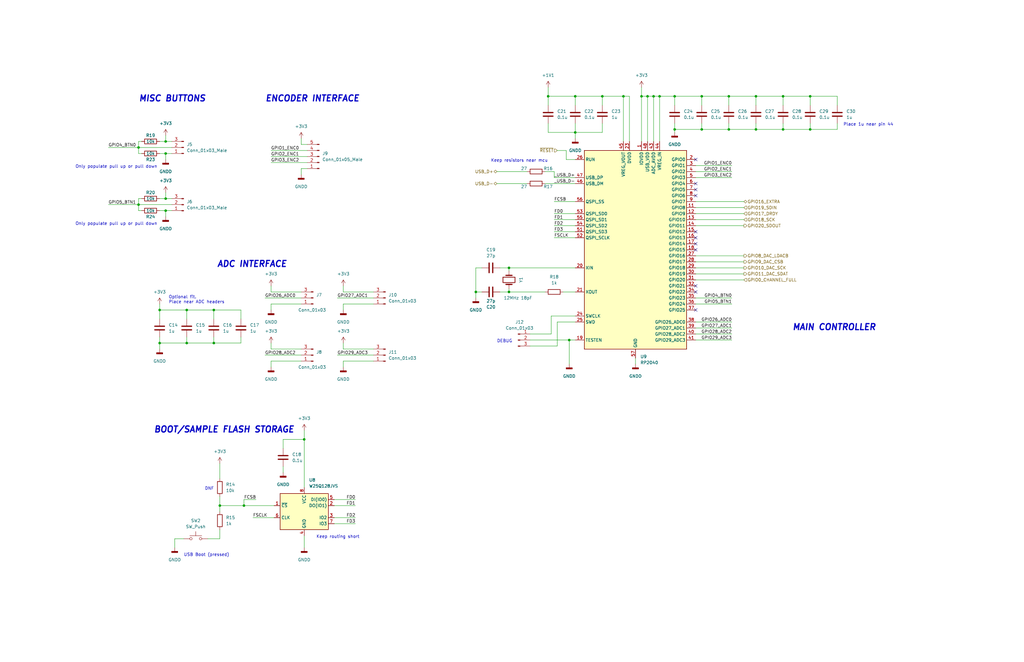
<source format=kicad_sch>
(kicad_sch (version 20211123) (generator eeschema)
  (paper "B")
  (title_block (title "D.R.U.M. Sample Module") (date "2022-09-23") (rev "0.0") (company "DRUM Instrumentation"))
  (lib_symbols
    (symbol "Connector:Conn_01x03_Male" (pin_names (offset 1.016) hide)
      (property "Reference" "J" (at 0 5.08 0))
      (property "Value" "Conn_01x03_Male" (at 0 -5.08 0))
      (symbol "Conn_01x03_Male_1_1"
        (polyline (pts (xy 1.27 -2.54) (xy 0.8636 -2.54)) (stroke (width 0.1524)))
        (polyline (pts (xy 1.27 0) (xy 0.8636 0)) (stroke (width 0.1524)))
        (polyline (pts (xy 1.27 2.54) (xy 0.8636 2.54)) (stroke (width 0.1524)))
        (rectangle (start 0.8636 -2.413) (end 0 -2.667) (stroke (width 0.1524)) (fill (type outline)))
        (rectangle (start 0.8636 0.127) (end 0 -0.127) (stroke (width 0.1524)) (fill (type outline)))
        (rectangle (start 0.8636 2.667) (end 0 2.413) (stroke (width 0.1524)) (fill (type outline)))
        (pin passive line (at 5.08 2.54 180) (length 3.81) (name "Pin_1") (number "1"))
        (pin passive line (at 5.08 0 180) (length 3.81) (name "Pin_2") (number "2"))
        (pin passive line (at 5.08 -2.54 180) (length 3.81) (name "Pin_3") (number "3"))
      )
    )
    (symbol "Connector:Conn_01x05_Male" (pin_names (offset 1.016) hide)
      (property "Reference" "J" (at 0 7.62 0))
      (property "Value" "Conn_01x05_Male" (at 0 -7.62 0))
      (symbol "Conn_01x05_Male_1_1"
        (polyline (pts (xy 1.27 -5.08) (xy 0.8636 -5.08)) (stroke (width 0.1524)))
        (polyline (pts (xy 1.27 -2.54) (xy 0.8636 -2.54)) (stroke (width 0.1524)))
        (polyline (pts (xy 1.27 0) (xy 0.8636 0)) (stroke (width 0.1524)))
        (polyline (pts (xy 1.27 2.54) (xy 0.8636 2.54)) (stroke (width 0.1524)))
        (polyline (pts (xy 1.27 5.08) (xy 0.8636 5.08)) (stroke (width 0.1524)))
        (rectangle (start 0.8636 -4.953) (end 0 -5.207) (stroke (width 0.1524)) (fill (type outline)))
        (rectangle (start 0.8636 -2.413) (end 0 -2.667) (stroke (width 0.1524)) (fill (type outline)))
        (rectangle (start 0.8636 0.127) (end 0 -0.127) (stroke (width 0.1524)) (fill (type outline)))
        (rectangle (start 0.8636 2.667) (end 0 2.413) (stroke (width 0.1524)) (fill (type outline)))
        (rectangle (start 0.8636 5.207) (end 0 4.953) (stroke (width 0.1524)) (fill (type outline)))
        (pin passive line (at 5.08 5.08 180) (length 3.81) (name "Pin_1") (number "1"))
        (pin passive line (at 5.08 2.54 180) (length 3.81) (name "Pin_2") (number "2"))
        (pin passive line (at 5.08 0 180) (length 3.81) (name "Pin_3") (number "3"))
        (pin passive line (at 5.08 -2.54 180) (length 3.81) (name "Pin_4") (number "4"))
        (pin passive line (at 5.08 -5.08 180) (length 3.81) (name "Pin_5") (number "5"))
      )
    )
    (symbol "Device:C" (pin_numbers hide) (pin_names (offset 0.254))
      (property "Reference" "C" (at 0.635 2.54 0))
      (property "Value" "C" (at 0.635 -2.54 0))
      (symbol "C_0_1"
        (polyline (pts (xy -2.032 -0.762) (xy 2.032 -0.762)) (stroke (width 0.508)))
        (polyline (pts (xy -2.032 0.762) (xy 2.032 0.762)) (stroke (width 0.508)))
      )
      (symbol "C_1_1"
        (pin passive line (at 0 3.81 270) (length 2.794) (name "~") (number "1"))
        (pin passive line (at 0 -3.81 90) (length 2.794) (name "~") (number "2"))
      )
    )
    (symbol "Device:Crystal" (pin_numbers hide) (pin_names (offset 1.016) hide)
      (property "Reference" "Y" (at 0 3.81 0))
      (property "Value" "Crystal" (at 0 -3.81 0))
      (symbol "Crystal_0_1"
        (rectangle (start -1.143 2.54) (end 1.143 -2.54) (stroke (width 0.3048)))
        (polyline (pts (xy -2.54 0) (xy -1.905 0)))
        (polyline (pts (xy -1.905 -1.27) (xy -1.905 1.27)) (stroke (width 0.508)))
        (polyline (pts (xy 1.905 -1.27) (xy 1.905 1.27)) (stroke (width 0.508)))
        (polyline (pts (xy 2.54 0) (xy 1.905 0)))
      )
      (symbol "Crystal_1_1"
        (pin passive line (at -3.81 0 0) (length 1.27) (name "1") (number "1"))
        (pin passive line (at 3.81 0 180) (length 1.27) (name "2") (number "2"))
      )
    )
    (symbol "Device:R" (pin_numbers hide) (pin_names (offset 0))
      (property "Reference" "R" (at 2.032 0 90))
      (property "Value" "R" (at 0 0 90))
      (symbol "R_0_1"
        (rectangle (start -1.016 -2.54) (end 1.016 2.54) (stroke (width 0.254)))
      )
      (symbol "R_1_1"
        (pin passive line (at 0 3.81 270) (length 1.27) (name "~") (number "1"))
        (pin passive line (at 0 -3.81 90) (length 1.27) (name "~") (number "2"))
      )
    )
    (symbol "MCU_RaspberryPi:RP2040"
      (property "Reference" "U" (at 17.78 45.72 0))
      (property "Value" "RP2040" (at 17.78 43.18 0))
      (symbol "RP2040_0_1"
        (rectangle (start -21.59 41.91) (end 21.59 -41.91) (stroke (width 0.254)) (fill (type background)))
      )
      (symbol "RP2040_1_1"
        (pin power_in line (at 2.54 45.72 270) (length 3.81) (name "IOVDD") (number "1"))
        (pin passive line (at 2.54 45.72 270) (length 3.81) hide (name "IOVDD") (number "10"))
        (pin bidirectional line (at 25.4 17.78 180) (length 3.81) (name "GPIO8") (number "11"))
        (pin bidirectional line (at 25.4 15.24 180) (length 3.81) (name "GPIO9") (number "12"))
        (pin bidirectional line (at 25.4 12.7 180) (length 3.81) (name "GPIO10") (number "13"))
        (pin bidirectional line (at 25.4 10.16 180) (length 3.81) (name "GPIO11") (number "14"))
        (pin bidirectional line (at 25.4 7.62 180) (length 3.81) (name "GPIO12") (number "15"))
        (pin bidirectional line (at 25.4 5.08 180) (length 3.81) (name "GPIO13") (number "16"))
        (pin bidirectional line (at 25.4 2.54 180) (length 3.81) (name "GPIO14") (number "17"))
        (pin bidirectional line (at 25.4 0 180) (length 3.81) (name "GPIO15") (number "18"))
        (pin input line (at -25.4 -38.1 0) (length 3.81) (name "TESTEN") (number "19"))
        (pin bidirectional line (at 25.4 38.1 180) (length 3.81) (name "GPIO0") (number "2"))
        (pin input line (at -25.4 -7.62 0) (length 3.81) (name "XIN") (number "20"))
        (pin passive line (at -25.4 -17.78 0) (length 3.81) (name "XOUT") (number "21"))
        (pin passive line (at 2.54 45.72 270) (length 3.81) hide (name "IOVDD") (number "22"))
        (pin power_in line (at -2.54 45.72 270) (length 3.81) (name "DVDD") (number "23"))
        (pin output line (at -25.4 -27.94 0) (length 3.81) (name "SWCLK") (number "24"))
        (pin bidirectional line (at -25.4 -30.48 0) (length 3.81) (name "SWD") (number "25"))
        (pin input line (at -25.4 38.1 0) (length 3.81) (name "RUN") (number "26"))
        (pin bidirectional line (at 25.4 -2.54 180) (length 3.81) (name "GPIO16") (number "27"))
        (pin bidirectional line (at 25.4 -5.08 180) (length 3.81) (name "GPIO17") (number "28"))
        (pin bidirectional line (at 25.4 -7.62 180) (length 3.81) (name "GPIO18") (number "29"))
        (pin bidirectional line (at 25.4 35.56 180) (length 3.81) (name "GPIO1") (number "3"))
        (pin bidirectional line (at 25.4 -10.16 180) (length 3.81) (name "GPIO19") (number "30"))
        (pin bidirectional line (at 25.4 -12.7 180) (length 3.81) (name "GPIO20") (number "31"))
        (pin bidirectional line (at 25.4 -15.24 180) (length 3.81) (name "GPIO21") (number "32"))
        (pin passive line (at 2.54 45.72 270) (length 3.81) hide (name "IOVDD") (number "33"))
        (pin bidirectional line (at 25.4 -17.78 180) (length 3.81) (name "GPIO22") (number "34"))
        (pin bidirectional line (at 25.4 -20.32 180) (length 3.81) (name "GPIO23") (number "35"))
        (pin bidirectional line (at 25.4 -22.86 180) (length 3.81) (name "GPIO24") (number "36"))
        (pin bidirectional line (at 25.4 -25.4 180) (length 3.81) (name "GPIO25") (number "37"))
        (pin bidirectional line (at 25.4 -30.48 180) (length 3.81) (name "GPIO26_ADC0") (number "38"))
        (pin bidirectional line (at 25.4 -33.02 180) (length 3.81) (name "GPIO27_ADC1") (number "39"))
        (pin bidirectional line (at 25.4 33.02 180) (length 3.81) (name "GPIO2") (number "4"))
        (pin bidirectional line (at 25.4 -35.56 180) (length 3.81) (name "GPIO28_ADC2") (number "40"))
        (pin bidirectional line (at 25.4 -38.1 180) (length 3.81) (name "GPIO29_ADC3") (number "41"))
        (pin passive line (at 2.54 45.72 270) (length 3.81) hide (name "IOVDD") (number "42"))
        (pin power_in line (at 7.62 45.72 270) (length 3.81) (name "ADC_AVDD") (number "43"))
        (pin power_in line (at 10.16 45.72 270) (length 3.81) (name "VREG_IN") (number "44"))
        (pin power_out line (at -5.08 45.72 270) (length 3.81) (name "VREG_VOUT") (number "45"))
        (pin bidirectional line (at -25.4 27.94 0) (length 3.81) (name "USB_DM") (number "46"))
        (pin bidirectional line (at -25.4 30.48 0) (length 3.81) (name "USB_DP") (number "47"))
        (pin power_in line (at 5.08 45.72 270) (length 3.81) (name "USB_VDD") (number "48"))
        (pin passive line (at 2.54 45.72 270) (length 3.81) hide (name "IOVDD") (number "49"))
        (pin bidirectional line (at 25.4 30.48 180) (length 3.81) (name "GPIO3") (number "5"))
        (pin passive line (at -2.54 45.72 270) (length 3.81) hide (name "DVDD") (number "50"))
        (pin bidirectional line (at -25.4 7.62 0) (length 3.81) (name "QSPI_SD3") (number "51"))
        (pin output line (at -25.4 5.08 0) (length 3.81) (name "QSPI_SCLK") (number "52"))
        (pin bidirectional line (at -25.4 15.24 0) (length 3.81) (name "QSPI_SD0") (number "53"))
        (pin bidirectional line (at -25.4 10.16 0) (length 3.81) (name "QSPI_SD2") (number "54"))
        (pin bidirectional line (at -25.4 12.7 0) (length 3.81) (name "QSPI_SD1") (number "55"))
        (pin bidirectional line (at -25.4 20.32 0) (length 3.81) (name "QSPI_SS") (number "56"))
        (pin power_in line (at 0 -45.72 90) (length 3.81) (name "GND") (number "57"))
        (pin bidirectional line (at 25.4 27.94 180) (length 3.81) (name "GPIO4") (number "6"))
        (pin bidirectional line (at 25.4 25.4 180) (length 3.81) (name "GPIO5") (number "7"))
        (pin bidirectional line (at 25.4 22.86 180) (length 3.81) (name "GPIO6") (number "8"))
        (pin bidirectional line (at 25.4 20.32 180) (length 3.81) (name "GPIO7") (number "9"))
      )
    )
    (symbol "Memory_Flash:W25Q128JVS"
      (property "Reference" "U" (at -8.89 8.89 0))
      (property "Value" "W25Q128JVS" (at 7.62 8.89 0))
      (symbol "W25Q128JVS_0_1"
        (rectangle (start -10.16 7.62) (end 10.16 -7.62) (stroke (width 0.254)) (fill (type background)))
      )
      (symbol "W25Q128JVS_1_1"
        (pin input line (at -12.7 2.54 0) (length 2.54) (name "~{CS}") (number "1"))
        (pin bidirectional line (at 12.7 2.54 180) (length 2.54) (name "DO(IO1)") (number "2"))
        (pin bidirectional line (at 12.7 -2.54 180) (length 2.54) (name "IO2") (number "3"))
        (pin power_in line (at 0 -10.16 90) (length 2.54) (name "GND") (number "4"))
        (pin bidirectional line (at 12.7 5.08 180) (length 2.54) (name "DI(IO0)") (number "5"))
        (pin input line (at -12.7 -2.54 0) (length 2.54) (name "CLK") (number "6"))
        (pin bidirectional line (at 12.7 -5.08 180) (length 2.54) (name "IO3") (number "7"))
        (pin power_in line (at 0 10.16 270) (length 2.54) (name "VCC") (number "8"))
      )
    )
    (symbol "Switch:SW_Push" (pin_numbers hide) (pin_names (offset 1.016) hide)
      (property "Reference" "SW" (at 1.27 2.54 0))
      (property "Value" "SW_Push" (at 0 -1.524 0))
      (symbol "SW_Push_0_1"
        (circle (center -2.032 0) (radius 0.508))
        (polyline (pts (xy 0 1.27) (xy 0 3.048)))
        (polyline (pts (xy 2.54 1.27) (xy -2.54 1.27)))
        (circle (center 2.032 0) (radius 0.508))
        (pin passive line (at -5.08 0 0) (length 2.54) (name "1") (number "1"))
        (pin passive line (at 5.08 0 180) (length 2.54) (name "2") (number "2"))
      )
    )
    (symbol "power:+1V1" (power) (pin_names (offset 0))
      (property "Value" "+1V1" (at 0 3.556 0))
      (symbol "+1V1_0_1"
        (polyline (pts (xy -0.762 1.27) (xy 0 2.54)))
        (polyline (pts (xy 0 0) (xy 0 2.54)))
        (polyline (pts (xy 0 2.54) (xy 0.762 1.27)))
      )
      (symbol "+1V1_1_1"
        (pin power_in line (at 0 0 90) (length 0) hide (name "+1V1") (number "1"))
      )
    )
    (symbol "power:+3V3" (power) (pin_names (offset 0))
      (property "Value" "+3V3" (at 0 3.556 0))
      (symbol "+3V3_0_1"
        (polyline (pts (xy -0.762 1.27) (xy 0 2.54)))
        (polyline (pts (xy 0 0) (xy 0 2.54)))
        (polyline (pts (xy 0 2.54) (xy 0.762 1.27)))
      )
      (symbol "+3V3_1_1"
        (pin power_in line (at 0 0 90) (length 0) hide (name "+3V3") (number "1"))
      )
    )
    (symbol "power:GNDD" (power) (pin_names (offset 0))
      (property "Value" "GNDD" (at 0 -3.175 0))
      (symbol "GNDD_0_1"
        (rectangle (start -1.27 -1.524) (end 1.27 -2.032) (stroke (width 0.254)) (fill (type outline)))
        (polyline (pts (xy 0 0) (xy 0 -1.524)))
      )
      (symbol "GNDD_1_1"
        (pin power_in line (at 0 0 270) (length 0) hide (name "GNDD") (number "1"))
      )
    )
  )
  (junction (at 318.77 40.64))
  (junction (at 58.42 86.36))
  (junction (at 240.03 143.51))
  (junction (at 307.34 54.61))
  (junction (at 69.85 64.77))
  (junction (at 270.51 40.64))
  (junction (at 67.31 130.81))
  (junction (at 67.31 144.78))
  (junction (at 273.05 40.64))
  (junction (at 295.91 54.61))
  (junction (at 284.48 54.61))
  (junction (at 318.77 54.61))
  (junction (at 69.85 59.69))
  (junction (at 92.71 213.36))
  (junction (at 58.42 62.23))
  (junction (at 242.57 55.88))
  (junction (at 200.66 123.19))
  (junction (at 214.63 113.03))
  (junction (at 214.63 123.19))
  (junction (at 341.63 40.64))
  (junction (at 242.57 40.64))
  (junction (at 295.91 40.64))
  (junction (at 341.63 54.61))
  (junction (at 307.34 40.64))
  (junction (at 284.48 40.64))
  (junction (at 128.27 185.42))
  (junction (at 69.85 83.82))
  (junction (at 254 40.64))
  (junction (at 78.74 130.81))
  (junction (at 69.85 88.9))
  (junction (at 90.17 144.78))
  (junction (at 78.74 144.78))
  (junction (at 231.14 40.64))
  (junction (at 278.13 40.64))
  (junction (at 102.87 213.36))
  (junction (at 275.59 40.64))
  (junction (at 330.2 54.61))
  (junction (at 330.2 40.64))
  (junction (at 262.89 40.64))
  (junction (at 90.17 130.81))
  (no_connect (at 293.37 67.31))
  (no_connect (at 293.37 77.47))
  (no_connect (at 293.37 80.01))
  (no_connect (at 293.37 130.81))
  (no_connect (at 293.37 105.41))
  (no_connect (at 293.37 120.65))
  (no_connect (at 293.37 123.19))
  (no_connect (at 293.37 100.33))
  (no_connect (at 293.37 97.79))
  (no_connect (at 293.37 102.87))
  (no_connect (at 293.37 82.55))
  (wire (pts (xy 330.2 40.64) (xy 330.2 44.45)))
  (wire (pts (xy 69.85 59.69) (xy 72.39 59.69)))
  (wire (pts (xy 114.3 144.78) (xy 114.3 147.32)))
  (wire (pts (xy 114.3 66.04) (xy 129.54 66.04)))
  (wire (pts (xy 144.78 152.4) (xy 144.78 154.94)))
  (wire (pts (xy 92.71 209.55) (xy 92.71 213.36)))
  (wire (pts (xy 293.37 107.95) (xy 313.69 107.95)))
  (wire (pts (xy 341.63 40.64) (xy 330.2 40.64)))
  (wire (pts (xy 58.42 59.69) (xy 58.42 62.23)))
  (wire (pts (xy 214.63 123.19) (xy 229.87 123.19)))
  (wire (pts (xy 67.31 128.27) (xy 67.31 130.81)))
  (wire (pts (xy 90.17 130.81) (xy 90.17 134.62)))
  (wire (pts (xy 69.85 83.82) (xy 72.39 83.82)))
  (wire (pts (xy 102.87 210.82) (xy 102.87 213.36)))
  (wire (pts (xy 353.06 52.07) (xy 353.06 54.61)))
  (wire (pts (xy 119.38 185.42) (xy 128.27 185.42)))
  (wire (pts (xy 238.76 63.5) (xy 238.76 67.31)))
  (wire (pts (xy 140.97 220.98) (xy 149.86 220.98)))
  (wire (pts (xy 101.6 134.62) (xy 101.6 130.81)))
  (wire (pts (xy 144.78 152.4) (xy 157.48 152.4)))
  (wire (pts (xy 231.14 44.45) (xy 231.14 40.64)))
  (wire (pts (xy 233.68 72.39) (xy 233.68 74.93)))
  (wire (pts (xy 341.63 52.07) (xy 341.63 54.61)))
  (wire (pts (xy 295.91 44.45) (xy 295.91 40.64)))
  (wire (pts (xy 231.14 40.64) (xy 242.57 40.64)))
  (wire (pts (xy 127 60.96) (xy 129.54 60.96)))
  (wire (pts (xy 229.87 77.47) (xy 242.57 77.47)))
  (wire (pts (xy 238.76 67.31) (xy 242.57 67.31)))
  (wire (pts (xy 234.95 146.05) (xy 234.95 135.89)))
  (wire (pts (xy 58.42 59.69) (xy 59.69 59.69)))
  (wire (pts (xy 58.42 64.77) (xy 59.69 64.77)))
  (wire (pts (xy 114.3 128.27) (xy 127 128.27)))
  (wire (pts (xy 58.42 86.36) (xy 72.39 86.36)))
  (wire (pts (xy 114.3 120.65) (xy 114.3 123.19)))
  (wire (pts (xy 293.37 87.63) (xy 313.69 87.63)))
  (wire (pts (xy 275.59 40.64) (xy 275.59 59.69)))
  (wire (pts (xy 262.89 40.64) (xy 265.43 40.64)))
  (wire (pts (xy 69.85 67.31) (xy 69.85 64.77)))
  (wire (pts (xy 231.14 36.83) (xy 231.14 40.64)))
  (wire (pts (xy 293.37 92.71) (xy 313.69 92.71)))
  (wire (pts (xy 67.31 130.81) (xy 67.31 134.62)))
  (wire (pts (xy 231.14 55.88) (xy 242.57 55.88)))
  (wire (pts (xy 144.78 144.78) (xy 144.78 147.32)))
  (wire (pts (xy 78.74 142.24) (xy 78.74 144.78)))
  (wire (pts (xy 214.63 121.92) (xy 214.63 123.19)))
  (wire (pts (xy 231.14 52.07) (xy 231.14 55.88)))
  (wire (pts (xy 92.71 227.33) (xy 92.71 223.52)))
  (wire (pts (xy 293.37 95.25) (xy 313.69 95.25)))
  (wire (pts (xy 114.3 63.5) (xy 129.54 63.5)))
  (wire (pts (xy 254 40.64) (xy 262.89 40.64)))
  (wire (pts (xy 114.3 152.4) (xy 114.3 154.94)))
  (wire (pts (xy 144.78 128.27) (xy 157.48 128.27)))
  (wire (pts (xy 58.42 83.82) (xy 58.42 86.36)))
  (wire (pts (xy 295.91 52.07) (xy 295.91 54.61)))
  (wire (pts (xy 128.27 226.06) (xy 128.27 231.14)))
  (wire (pts (xy 101.6 130.81) (xy 90.17 130.81)))
  (wire (pts (xy 242.57 97.79) (xy 233.68 97.79)))
  (wire (pts (xy 200.66 123.19) (xy 200.66 125.73)))
  (wire (pts (xy 128.27 185.42) (xy 128.27 205.74)))
  (wire (pts (xy 78.74 144.78) (xy 67.31 144.78)))
  (wire (pts (xy 234.95 135.89) (xy 242.57 135.89)))
  (wire (pts (xy 69.85 88.9) (xy 72.39 88.9)))
  (wire (pts (xy 242.57 55.88) (xy 242.57 58.42)))
  (wire (pts (xy 114.3 147.32) (xy 127 147.32)))
  (wire (pts (xy 307.34 52.07) (xy 307.34 54.61)))
  (wire (pts (xy 209.55 72.39) (xy 222.25 72.39)))
  (wire (pts (xy 58.42 62.23) (xy 72.39 62.23)))
  (wire (pts (xy 69.85 64.77) (xy 72.39 64.77)))
  (wire (pts (xy 242.57 40.64) (xy 242.57 44.45)))
  (wire (pts (xy 45.72 62.23) (xy 58.42 62.23)))
  (wire (pts (xy 140.97 210.82) (xy 149.86 210.82)))
  (wire (pts (xy 107.95 210.82) (xy 102.87 210.82)))
  (wire (pts (xy 318.77 40.64) (xy 318.77 44.45)))
  (wire (pts (xy 307.34 54.61) (xy 295.91 54.61)))
  (wire (pts (xy 114.3 68.58) (xy 129.54 68.58)))
  (wire (pts (xy 78.74 130.81) (xy 78.74 134.62)))
  (wire (pts (xy 210.82 123.19) (xy 214.63 123.19)))
  (wire (pts (xy 92.71 213.36) (xy 92.71 215.9)))
  (wire (pts (xy 209.55 77.47) (xy 222.25 77.47)))
  (wire (pts (xy 242.57 40.64) (xy 254 40.64)))
  (wire (pts (xy 254 55.88) (xy 242.57 55.88)))
  (wire (pts (xy 140.97 218.44) (xy 149.86 218.44)))
  (wire (pts (xy 114.3 128.27) (xy 114.3 130.81)))
  (wire (pts (xy 101.6 144.78) (xy 90.17 144.78)))
  (wire (pts (xy 270.51 36.83) (xy 270.51 40.64)))
  (wire (pts (xy 92.71 195.58) (xy 92.71 201.93)))
  (wire (pts (xy 101.6 142.24) (xy 101.6 144.78)))
  (wire (pts (xy 67.31 88.9) (xy 69.85 88.9)))
  (wire (pts (xy 242.57 52.07) (xy 242.57 55.88)))
  (wire (pts (xy 278.13 40.64) (xy 284.48 40.64)))
  (wire (pts (xy 73.66 231.14) (xy 73.66 227.33)))
  (wire (pts (xy 353.06 54.61) (xy 341.63 54.61)))
  (wire (pts (xy 214.63 113.03) (xy 242.57 113.03)))
  (wire (pts (xy 284.48 54.61) (xy 295.91 54.61)))
  (wire (pts (xy 262.89 40.64) (xy 262.89 59.69)))
  (wire (pts (xy 90.17 130.81) (xy 78.74 130.81)))
  (wire (pts (xy 341.63 54.61) (xy 330.2 54.61)))
  (wire (pts (xy 92.71 213.36) (xy 102.87 213.36)))
  (wire (pts (xy 270.51 40.64) (xy 273.05 40.64)))
  (wire (pts (xy 87.63 227.33) (xy 92.71 227.33)))
  (wire (pts (xy 308.61 72.39) (xy 293.37 72.39)))
  (wire (pts (xy 308.61 69.85) (xy 293.37 69.85)))
  (wire (pts (xy 114.3 123.19) (xy 127 123.19)))
  (wire (pts (xy 69.85 81.28) (xy 69.85 83.82)))
  (wire (pts (xy 318.77 52.07) (xy 318.77 54.61)))
  (wire (pts (xy 265.43 40.64) (xy 265.43 59.69)))
  (wire (pts (xy 106.68 218.44) (xy 115.57 218.44)))
  (wire (pts (xy 127 73.66) (xy 127 71.12)))
  (wire (pts (xy 140.97 213.36) (xy 149.86 213.36)))
  (wire (pts (xy 353.06 40.64) (xy 341.63 40.64)))
  (wire (pts (xy 318.77 54.61) (xy 307.34 54.61)))
  (wire (pts (xy 295.91 40.64) (xy 284.48 40.64)))
  (wire (pts (xy 58.42 88.9) (xy 59.69 88.9)))
  (wire (pts (xy 242.57 95.25) (xy 233.68 95.25)))
  (wire (pts (xy 242.57 133.35) (xy 232.41 133.35)))
  (wire (pts (xy 119.38 189.23) (xy 119.38 185.42)))
  (wire (pts (xy 284.48 54.61) (xy 284.48 55.88)))
  (wire (pts (xy 200.66 123.19) (xy 203.2 123.19)))
  (wire (pts (xy 353.06 40.64) (xy 353.06 44.45)))
  (wire (pts (xy 144.78 147.32) (xy 157.48 147.32)))
  (wire (pts (xy 127 71.12) (xy 129.54 71.12)))
  (wire (pts (xy 278.13 40.64) (xy 278.13 59.69)))
  (wire (pts (xy 90.17 144.78) (xy 78.74 144.78)))
  (wire (pts (xy 67.31 144.78) (xy 67.31 147.32)))
  (wire (pts (xy 293.37 138.43) (xy 308.61 138.43)))
  (wire (pts (xy 242.57 92.71) (xy 233.68 92.71)))
  (wire (pts (xy 78.74 130.81) (xy 67.31 130.81)))
  (wire (pts (xy 223.52 146.05) (xy 234.95 146.05)))
  (wire (pts (xy 240.03 143.51) (xy 242.57 143.51)))
  (wire (pts (xy 330.2 54.61) (xy 318.77 54.61)))
  (wire (pts (xy 293.37 90.17) (xy 313.69 90.17)))
  (wire (pts (xy 142.24 125.73) (xy 157.48 125.73)))
  (wire (pts (xy 119.38 196.85) (xy 119.38 199.39)))
  (wire (pts (xy 330.2 52.07) (xy 330.2 54.61)))
  (wire (pts (xy 58.42 62.23) (xy 58.42 64.77)))
  (wire (pts (xy 237.49 123.19) (xy 242.57 123.19)))
  (wire (pts (xy 330.2 40.64) (xy 318.77 40.64)))
  (wire (pts (xy 318.77 40.64) (xy 307.34 40.64)))
  (wire (pts (xy 203.2 113.03) (xy 200.66 113.03)))
  (wire (pts (xy 273.05 40.64) (xy 273.05 59.69)))
  (wire (pts (xy 273.05 40.64) (xy 275.59 40.64)))
  (wire (pts (xy 73.66 227.33) (xy 77.47 227.33)))
  (wire (pts (xy 144.78 128.27) (xy 144.78 130.81)))
  (wire (pts (xy 284.48 40.64) (xy 284.48 44.45)))
  (wire (pts (xy 144.78 123.19) (xy 157.48 123.19)))
  (wire (pts (xy 233.68 85.09) (xy 242.57 85.09)))
  (wire (pts (xy 142.24 149.86) (xy 157.48 149.86)))
  (wire (pts (xy 293.37 113.03) (xy 313.69 113.03)))
  (wire (pts (xy 69.85 91.44) (xy 69.85 88.9)))
  (wire (pts (xy 233.68 74.93) (xy 242.57 74.93)))
  (wire (pts (xy 200.66 113.03) (xy 200.66 123.19)))
  (wire (pts (xy 114.3 152.4) (xy 127 152.4)))
  (wire (pts (xy 233.68 100.33) (xy 242.57 100.33)))
  (wire (pts (xy 293.37 118.11) (xy 313.69 118.11)))
  (wire (pts (xy 284.48 52.07) (xy 284.48 54.61)))
  (wire (pts (xy 111.76 125.73) (xy 127 125.73)))
  (wire (pts (xy 254 40.64) (xy 254 44.45)))
  (wire (pts (xy 308.61 128.27) (xy 293.37 128.27)))
  (wire (pts (xy 232.41 140.97) (xy 223.52 140.97)))
  (wire (pts (xy 223.52 143.51) (xy 240.03 143.51)))
  (wire (pts (xy 307.34 40.64) (xy 307.34 44.45)))
  (wire (pts (xy 67.31 59.69) (xy 69.85 59.69)))
  (wire (pts (xy 58.42 83.82) (xy 59.69 83.82)))
  (wire (pts (xy 240.03 143.51) (xy 240.03 153.67)))
  (wire (pts (xy 270.51 59.69) (xy 270.51 40.64)))
  (wire (pts (xy 90.17 142.24) (xy 90.17 144.78)))
  (wire (pts (xy 307.34 40.64) (xy 295.91 40.64)))
  (wire (pts (xy 229.87 72.39) (xy 233.68 72.39)))
  (wire (pts (xy 214.63 113.03) (xy 214.63 114.3)))
  (wire (pts (xy 267.97 151.13) (xy 267.97 153.67)))
  (wire (pts (xy 67.31 64.77) (xy 69.85 64.77)))
  (wire (pts (xy 293.37 85.09) (xy 313.69 85.09)))
  (wire (pts (xy 45.72 86.36) (xy 58.42 86.36)))
  (wire (pts (xy 308.61 74.93) (xy 293.37 74.93)))
  (wire (pts (xy 293.37 140.97) (xy 308.61 140.97)))
  (wire (pts (xy 293.37 115.57) (xy 313.69 115.57)))
  (wire (pts (xy 232.41 133.35) (xy 232.41 140.97)))
  (wire (pts (xy 254 52.07) (xy 254 55.88)))
  (wire (pts (xy 293.37 135.89) (xy 308.61 135.89)))
  (wire (pts (xy 67.31 142.24) (xy 67.31 144.78)))
  (wire (pts (xy 58.42 86.36) (xy 58.42 88.9)))
  (wire (pts (xy 275.59 40.64) (xy 278.13 40.64)))
  (wire (pts (xy 242.57 90.17) (xy 233.68 90.17)))
  (wire (pts (xy 67.31 83.82) (xy 69.85 83.82)))
  (wire (pts (xy 293.37 143.51) (xy 308.61 143.51)))
  (wire (pts (xy 234.95 63.5) (xy 238.76 63.5)))
  (wire (pts (xy 69.85 57.15) (xy 69.85 59.69)))
  (wire (pts (xy 127 58.42) (xy 127 60.96)))
  (wire (pts (xy 128.27 181.61) (xy 128.27 185.42)))
  (wire (pts (xy 210.82 113.03) (xy 214.63 113.03)))
  (wire (pts (xy 341.63 40.64) (xy 341.63 44.45)))
  (wire (pts (xy 111.76 149.86) (xy 127 149.86)))
  (wire (pts (xy 102.87 213.36) (xy 115.57 213.36)))
  (wire (pts (xy 293.37 110.49) (xy 313.69 110.49)))
  (wire (pts (xy 308.61 125.73) (xy 293.37 125.73)))
  (wire (pts (xy 144.78 120.65) (xy 144.78 123.19)))
  (text "Only populate pull up or pull down\n" (at 31.75 71.12 0) (effects (font (size 1.27 1.27)) (justify left bottom)))
  (text "Optional fit.\nPlace near ADC headers" (at 71.12 128.27 0) (effects (font (size 1.27 1.27)) (justify left bottom)))
  (text "DEBUG" (at 209.55 144.78 0) (effects (font (size 1.27 1.27)) (justify left bottom)))
  (text "Keep resistors near mcu" (at 207.01 68.58 0) (effects (font (size 1.27 1.27)) (justify left bottom)))
  (text "USB Boot (pressed)" (at 77.47 234.95 0) (effects (font (size 1.27 1.27)) (justify left bottom)))
  (text "MAIN CONTROLLER" (at 334.01 139.7 0) (effects (font (size 2.54 2.54) (thickness 0.508) bold italic) (justify left bottom)))
  (text "MISC BUTTONS" (at 58.42 43.18 0) (effects (font (size 2.54 2.54) (thickness 0.508) bold italic) (justify left bottom)))
  (text "DNF" (at 86.36 207.01 0) (effects (font (size 1.27 1.27)) (justify left bottom)))
  (text "ENCODER INTERFACE" (at 111.76 43.18 0) (effects (font (size 2.54 2.54) (thickness 0.508) bold italic) (justify left bottom)))
  (text "Keep routing short" (at 133.35 227.33 0) (effects (font (size 1.27 1.27)) (justify left bottom)))
  (text "Only populate pull up or pull down\n" (at 31.75 95.25 0) (effects (font (size 1.27 1.27)) (justify left bottom)))
  (text "Place 1u near pin 44" (at 355.6 53.34 0) (effects (font (size 1.27 1.27)) (justify left bottom)))
  (text "BOOT/SAMPLE FLASH STORAGE" (at 64.77 182.88 0) (effects (font (size 2.54 2.54) (thickness 0.508) bold italic) (justify left bottom)))
  (text "ADC INTERFACE" (at 91.44 113.03 0) (effects (font (size 2.54 2.54) (thickness 0.508) bold italic) (justify left bottom)))
  (label "GPIO3_ENC2" (at 114.3 68.58 0))
  (label "GPIO1_ENC0" (at 308.61 69.85 180))
  (label "FD3" (at 233.68 97.79 0))
  (label "GPIO26_ADC0" (at 111.76 125.73 0))
  (label "FCSB" (at 233.68 85.09 0))
  (label "FD2" (at 233.68 95.25 0))
  (label "FD3" (at 149.86 220.98 180))
  (label "FD2" (at 149.86 218.44 180))
  (label "FCSB" (at 107.95 210.82 180))
  (label "_USB_D-" (at 233.68 77.47 0))
  (label "GPIO28_ADC2" (at 111.76 149.86 0))
  (label "GPIO4_BTN0" (at 308.61 125.73 180))
  (label "FD1" (at 233.68 92.71 0))
  (label "FSCLK" (at 233.68 100.33 0))
  (label "FD0" (at 149.86 210.82 180))
  (label "FD0" (at 233.68 90.17 0))
  (label "GPIO26_ADC0" (at 308.61 135.89 180))
  (label "_USB_D+" (at 233.68 74.93 0))
  (label "GPIO28_ADC2" (at 308.61 140.97 180))
  (label "GPIO3_ENC2" (at 308.61 74.93 180))
  (label "GPIO2_ENC1" (at 308.61 72.39 180))
  (label "FD1" (at 149.86 213.36 180))
  (label "GPIO4_BTN0" (at 45.72 62.23 0))
  (label "FSCLK" (at 106.68 218.44 0))
  (label "GPIO27_ADC1" (at 308.61 138.43 180))
  (label "GPIO27_ADC1" (at 142.24 125.73 0))
  (label "GPIO2_ENC1" (at 114.3 66.04 0))
  (label "GPIO29_ADC3" (at 308.61 143.51 180))
  (label "GPIO29_ADC3" (at 142.24 149.86 0))
  (label "GPIO5_BTN1" (at 45.72 86.36 0))
  (label "GPIO1_ENC0" (at 114.3 63.5 0))
  (label "GPIO5_BTN1" (at 308.61 128.27 180))
  (hierarchical_label "USB_D-" (shape bidirectional) (at 209.55 77.47 180))
  (hierarchical_label "GPIO9_DAC_CSB" (shape output) (at 313.69 110.49 0))
  (hierarchical_label "~{RESET}" (shape input) (at 234.95 63.5 180))
  (hierarchical_label "GPIO8_DAC_LDACB" (shape output) (at 313.69 107.95 0))
  (hierarchical_label "GPIO17_DRDY" (shape input) (at 313.69 90.17 0))
  (hierarchical_label "GPIO0_CHANNEL_FULL" (shape input) (at 313.69 118.11 0))
  (hierarchical_label "GPIO10_DAC_SCK" (shape output) (at 313.69 113.03 0))
  (hierarchical_label "GPIO18_SCK" (shape input) (at 313.69 92.71 0))
  (hierarchical_label "USB_D+" (shape bidirectional) (at 209.55 72.39 180))
  (hierarchical_label "GPIO11_DAC_SDAT" (shape output) (at 313.69 115.57 0))
  (hierarchical_label "GPIO20_SDOUT" (shape output) (at 313.69 95.25 0))
  (hierarchical_label "GPIO19_SDIN" (shape input) (at 313.69 87.63 0))
  (hierarchical_label "GPIO16_EXTRA" (shape tri_state) (at 313.69 85.09 0))
  (symbol (lib_id "Connector:Conn_01x03_Male") (at 132.08 125.73 180) (unit 1)
    (property "Reference" "J7" (at 133.35 124.4599 0) (effects (justify right)))
    (property "Value" "Conn_01x03" (at 125.73 130.81 0) (effects (justify right)))
    (property "Footprint" "Connector_PinHeader_2.54mm:PinHeader_1x03_P2.54mm_Vertical" (effects hide))
  )
  (symbol (lib_id "Connector:Conn_01x03_Male") (at 77.47 62.23 180) (unit 1)
    (property "Reference" "J5" (at 78.74 60.9599 0) (effects (justify right)))
    (property "Value" "Conn_01x03_Male" (at 78.74 63.4999 0) (effects (justify right)))
    (property "Footprint" "Connector_PinHeader_2.54mm:PinHeader_1x03_P2.54mm_Vertical" (effects hide))
  )
  (symbol (lib_id "Device:C") (at 207.01 123.19 270) (unit 1)
    (property "Reference" "C20" (at 207.01 129.54 90))
    (property "Value" "27p" (at 207.01 127 90))
    (property "Footprint" "Capacitor_SMD:C_0603_1608Metric_Pad1.08x0.95mm_HandSolder" (effects hide))
  )
  (symbol (lib_id "power:+3V3") (at 114.3 144.78 0) (unit 1)
    (property "Reference" "#PWR053" (effects hide))
    (property "Value" "+3V3" (at 114.3 139.7 0))
  )
  (symbol (lib_id "power:+3V3") (at 144.78 144.78 0) (unit 1)
    (property "Reference" "#PWR062" (effects hide))
    (property "Value" "+3V3" (at 144.78 139.7 0))
  )
  (symbol (lib_id "Device:R") (at 233.68 123.19 90) (unit 1)
    (property "Reference" "R18" (at 233.68 116.84 90))
    (property "Value" "1k" (at 233.68 119.38 90))
    (property "Footprint" "Resistor_SMD:R_0603_1608Metric_Pad0.98x0.95mm_HandSolder" (effects hide))
  )
  (symbol (lib_id "Device:C") (at 254 48.26 0) (unit 1)
    (property "Reference" "C23" (at 257.81 46.9899 0) (effects (justify left)))
    (property "Value" "1u" (at 257.81 49.5299 0) (effects (justify left)))
    (property "Footprint" "Capacitor_SMD:C_0603_1608Metric_Pad1.08x0.95mm_HandSolder" (effects hide))
  )
  (symbol (lib_id "power:+3V3") (at 270.51 36.83 0) (unit 1)
    (property "Reference" "#PWR069" (effects hide))
    (property "Value" "+3V3" (at 270.51 31.75 0))
  )
  (symbol (lib_id "power:GNDD") (at 144.78 130.81 0) (unit 1)
    (property "Reference" "#PWR061" (effects hide))
    (property "Value" "GNDD" (at 144.78 135.89 0))
  )
  (symbol (lib_id "power:GNDD") (at 242.57 58.42 0) (unit 1)
    (property "Reference" "#PWR067" (effects hide))
    (property "Value" "GNDD" (at 242.57 63.5 0))
  )
  (symbol (lib_id "power:GNDD") (at 284.48 55.88 0) (unit 1)
    (property "Reference" "#PWR070" (effects hide))
    (property "Value" "GNDD" (at 284.48 60.96 0))
  )
  (symbol (lib_id "power:GNDD") (at 128.27 231.14 0) (unit 1)
    (property "Reference" "#PWR059" (effects hide))
    (property "Value" "GNDD" (at 128.27 236.22 0))
  )
  (symbol (lib_id "Device:R") (at 63.5 59.69 90) (unit 1)
    (property "Reference" "R19" (at 63.5 57.15 90))
    (property "Value" "10k" (at 63.5 59.69 90))
    (property "Footprint" "Resistor_SMD:R_0603_1608Metric_Pad0.98x0.95mm_HandSolder" (effects hide))
  )
  (symbol (lib_id "Connector:Conn_01x03_Male") (at 77.47 86.36 180) (unit 1)
    (property "Reference" "J6" (at 78.74 85.0899 0) (effects (justify right)))
    (property "Value" "Conn_01x03_Male" (at 78.74 87.6299 0) (effects (justify right)))
    (property "Footprint" "Connector_PinHeader_2.54mm:PinHeader_1x03_P2.54mm_Vertical" (effects hide))
  )
  (symbol (lib_id "power:+3V3") (at 128.27 181.61 0) (unit 1)
    (property "Reference" "#PWR058" (effects hide))
    (property "Value" "+3V3" (at 128.27 176.53 0))
  )
  (symbol (lib_id "Device:C") (at 78.74 138.43 0) (unit 1)
    (property "Reference" "C15" (at 82.55 137.1599 0) (effects (justify left)))
    (property "Value" "1u" (at 82.55 139.6999 0) (effects (justify left)))
    (property "Footprint" "Capacitor_SMD:C_0603_1608Metric_Pad1.08x0.95mm_HandSolder" (effects hide))
  )
  (symbol (lib_id "Device:R") (at 63.5 83.82 90) (unit 1)
    (property "Reference" "R20" (at 63.5 81.28 90))
    (property "Value" "10k" (at 63.5 83.82 90))
    (property "Footprint" "Resistor_SMD:R_0603_1608Metric_Pad0.98x0.95mm_HandSolder" (effects hide))
  )
  (symbol (lib_id "power:GNDD") (at 114.3 154.94 0) (unit 1)
    (property "Reference" "#PWR054" (effects hide))
    (property "Value" "GNDD" (at 114.3 160.02 0))
  )
  (symbol (lib_id "Connector:Conn_01x03_Male") (at 218.44 143.51 0) (unit 1)
    (property "Reference" "J12" (at 219.075 135.89 0))
    (property "Value" "Conn_01x03" (at 219.075 138.43 0))
    (property "Footprint" "Connector_PinHeader_2.54mm:PinHeader_1x03_P2.54mm_Vertical" (effects hide))
  )
  (symbol (lib_id "Device:C") (at 341.63 48.26 0) (unit 1)
    (property "Reference" "C29" (at 345.44 46.9899 0) (effects (justify left)))
    (property "Value" "0.1u" (at 345.44 49.5299 0) (effects (justify left)))
    (property "Footprint" "Capacitor_SMD:C_0603_1608Metric_Pad1.08x0.95mm_HandSolder" (effects hide))
  )
  (symbol (lib_id "Device:C") (at 242.57 48.26 0) (unit 1)
    (property "Reference" "C22" (at 246.38 46.9899 0) (effects (justify left)))
    (property "Value" "0.1u" (at 246.38 49.5299 0) (effects (justify left)))
    (property "Footprint" "Capacitor_SMD:C_0603_1608Metric_Pad1.08x0.95mm_HandSolder" (effects hide))
  )
  (symbol (lib_id "Device:C") (at 67.31 138.43 0) (unit 1)
    (property "Reference" "C14" (at 71.12 137.1599 0) (effects (justify left)))
    (property "Value" "1u" (at 71.12 139.6999 0) (effects (justify left)))
    (property "Footprint" "Capacitor_SMD:C_0603_1608Metric_Pad1.08x0.95mm_HandSolder" (effects hide))
  )
  (symbol (lib_id "Connector:Conn_01x03_Male") (at 162.56 125.73 180) (unit 1)
    (property "Reference" "J10" (at 163.83 124.4599 0) (effects (justify right)))
    (property "Value" "Conn_01x03" (at 163.83 126.9999 0) (effects (justify right)))
    (property "Footprint" "Connector_PinHeader_2.54mm:PinHeader_1x03_P2.54mm_Vertical" (effects hide))
  )
  (symbol (lib_id "power:+3V3") (at 67.31 128.27 0) (unit 1)
    (property "Reference" "#PWR043" (effects hide))
    (property "Value" "+3V3" (at 67.31 123.19 0))
  )
  (symbol (lib_id "Device:C") (at 318.77 48.26 0) (unit 1)
    (property "Reference" "C27" (at 322.58 46.9899 0) (effects (justify left)))
    (property "Value" "0.1u" (at 322.58 49.5299 0) (effects (justify left)))
    (property "Footprint" "Capacitor_SMD:C_0603_1608Metric_Pad1.08x0.95mm_HandSolder" (effects hide))
  )
  (symbol (lib_id "Device:R") (at 226.06 77.47 90) (mirror x) (unit 1)
    (property "Reference" "R17" (at 231.14 78.74 90))
    (property "Value" "27" (at 220.98 78.74 90))
    (property "Footprint" "Resistor_SMD:R_0603_1608Metric_Pad0.98x0.95mm_HandSolder" (effects hide))
  )
  (symbol (lib_id "Connector:Conn_01x03_Male") (at 162.56 149.86 180) (unit 1)
    (property "Reference" "J11" (at 163.83 148.5899 0) (effects (justify right)))
    (property "Value" "Conn_01x03" (at 163.83 151.1299 0) (effects (justify right)))
    (property "Footprint" "Connector_PinHeader_2.54mm:PinHeader_1x03_P2.54mm_Vertical" (effects hide))
  )
  (symbol (lib_id "Device:C") (at 90.17 138.43 0) (unit 1)
    (property "Reference" "C16" (at 93.98 137.1599 0) (effects (justify left)))
    (property "Value" "1u" (at 93.98 139.6999 0) (effects (justify left)))
    (property "Footprint" "Capacitor_SMD:C_0603_1608Metric_Pad1.08x0.95mm_HandSolder" (effects hide))
  )
  (symbol (lib_id "power:GNDD") (at 67.31 147.32 0) (unit 1)
    (property "Reference" "#PWR044" (effects hide))
    (property "Value" "GNDD" (at 67.31 152.4 0))
  )
  (symbol (lib_id "power:GNDD") (at 267.97 153.67 0) (unit 1)
    (property "Reference" "#PWR068" (effects hide))
    (property "Value" "GNDD" (at 267.97 158.75 0))
  )
  (symbol (lib_id "Connector:Conn_01x03_Male") (at 132.08 149.86 180) (unit 1)
    (property "Reference" "J8" (at 133.35 148.5899 0) (effects (justify right)))
    (property "Value" "Conn_01x03" (at 125.73 154.94 0) (effects (justify right)))
    (property "Footprint" "Connector_PinHeader_2.54mm:PinHeader_1x03_P2.54mm_Vertical" (effects hide))
  )
  (symbol (lib_id "Device:R") (at 63.5 64.77 90) (unit 1)
    (property "Reference" "R23" (at 63.5 67.31 90))
    (property "Value" "10k" (at 63.5 64.77 90))
    (property "Footprint" "Resistor_SMD:R_0603_1608Metric_Pad0.98x0.95mm_HandSolder" (effects hide))
  )
  (symbol (lib_id "power:+3V3") (at 144.78 120.65 0) (unit 1)
    (property "Reference" "#PWR060" (effects hide))
    (property "Value" "+3V3" (at 144.78 115.57 0))
  )
  (symbol (lib_id "power:+3V3") (at 114.3 120.65 0) (unit 1)
    (property "Reference" "#PWR051" (effects hide))
    (property "Value" "+3V3" (at 114.3 115.57 0))
  )
  (symbol (lib_id "power:+3V3") (at 92.71 195.58 0) (unit 1)
    (property "Reference" "#PWR050" (effects hide))
    (property "Value" "+3V3" (at 92.71 190.5 0))
  )
  (symbol (lib_id "Device:R") (at 226.06 72.39 90) (unit 1)
    (property "Reference" "R16" (at 231.14 71.12 90))
    (property "Value" "27" (at 220.98 71.12 90))
    (property "Footprint" "Resistor_SMD:R_0603_1608Metric_Pad0.98x0.95mm_HandSolder" (effects hide))
  )
  (symbol (lib_id "Memory_Flash:W25Q128JVS") (at 128.27 215.9 0) (unit 1)
    (property "Reference" "U8" (at 130.2894 202.565 0) (effects (justify left)))
    (property "Value" "W25Q128JVS" (at 130.2894 205.105 0) (effects (justify left)))
    (property "Footprint" "Package_SO:SOIC-8_5.23x5.23mm_P1.27mm" (effects hide))
    (property "Datasheet" "http://www.winbond.com/resource-files/w25q128jv_dtr%20revc%2003272018%20plus.pdf" (effects hide))
  )
  (symbol (lib_id "power:+3V3") (at 69.85 81.28 0) (unit 1)
    (property "Reference" "#PWR047" (effects hide))
    (property "Value" "+3V3" (at 69.85 76.2 0))
  )
  (symbol (lib_id "Device:R") (at 92.71 205.74 0) (unit 1)
    (property "Reference" "R14" (at 95.25 204.4699 0) (effects (justify left)))
    (property "Value" "10k" (at 95.25 207.0099 0) (effects (justify left)))
    (property "Footprint" "Resistor_SMD:R_0603_1608Metric_Pad0.98x0.95mm_HandSolder" (effects hide))
  )
  (symbol (lib_id "Device:C") (at 119.38 193.04 0) (unit 1)
    (property "Reference" "C18" (at 123.19 191.7699 0) (effects (justify left)))
    (property "Value" "0.1u" (at 123.19 194.3099 0) (effects (justify left)))
    (property "Footprint" "Capacitor_SMD:C_0603_1608Metric_Pad1.08x0.95mm_HandSolder" (effects hide))
  )
  (symbol (lib_id "Device:R") (at 63.5 88.9 90) (unit 1)
    (property "Reference" "R24" (at 63.5 91.44 90))
    (property "Value" "10k" (at 63.5 88.9 90))
    (property "Footprint" "Resistor_SMD:R_0603_1608Metric_Pad0.98x0.95mm_HandSolder" (effects hide))
  )
  (symbol (lib_id "MCU_RaspberryPi:RP2040") (at 267.97 105.41 0) (unit 1)
    (property "Reference" "U9" (at 269.9894 150.495 0) (effects (justify left)))
    (property "Value" "RP2040" (at 269.9894 153.035 0) (effects (justify left)))
    (property "Footprint" "Package_DFN_QFN:QFN-56-1EP_7x7mm_P0.4mm_EP3.2x3.2mm" (effects hide))
    (property "Datasheet" "https://datasheets.raspberrypi.com/rp2040/rp2040-datasheet.pdf" (effects hide))
  )
  (symbol (lib_id "power:GNDD") (at 119.38 199.39 0) (unit 1)
    (property "Reference" "#PWR055" (effects hide))
    (property "Value" "GNDD" (at 119.38 204.47 0))
  )
  (symbol (lib_id "Device:C") (at 353.06 48.26 0) (unit 1)
    (property "Reference" "C30" (at 356.87 46.9899 0) (effects (justify left)))
    (property "Value" "1u" (at 356.87 49.5299 0) (effects (justify left)))
    (property "Footprint" "Capacitor_SMD:C_0603_1608Metric_Pad1.08x0.95mm_HandSolder" (effects hide))
  )
  (symbol (lib_id "Device:C") (at 231.14 48.26 0) (unit 1)
    (property "Reference" "C21" (at 234.95 46.9899 0) (effects (justify left)))
    (property "Value" "0.1u" (at 234.95 49.5299 0) (effects (justify left)))
    (property "Footprint" "Capacitor_SMD:C_0603_1608Metric_Pad1.08x0.95mm_HandSolder" (effects hide))
  )
  (symbol (lib_id "Device:C") (at 284.48 48.26 0) (unit 1)
    (property "Reference" "C24" (at 288.29 46.9899 0) (effects (justify left)))
    (property "Value" "0.1u" (at 288.29 49.5299 0) (effects (justify left)))
    (property "Footprint" "Capacitor_SMD:C_0603_1608Metric_Pad1.08x0.95mm_HandSolder" (effects hide))
  )
  (symbol (lib_id "Device:C") (at 295.91 48.26 0) (unit 1)
    (property "Reference" "C25" (at 299.72 46.9899 0) (effects (justify left)))
    (property "Value" "0.1u" (at 299.72 49.5299 0) (effects (justify left)))
    (property "Footprint" "Capacitor_SMD:C_0603_1608Metric_Pad1.08x0.95mm_HandSolder" (effects hide))
  )
  (symbol (lib_id "Device:Crystal") (at 214.63 118.11 270) (unit 1)
    (property "Reference" "Y1" (at 219.71 118.11 0))
    (property "Value" "12MHz 18pF" (at 218.44 125.73 90))
    (property "Footprint" "Crystal:Crystal_SMD_HC49-SD" (effects hide))
  )
  (symbol (lib_id "Connector:Conn_01x05_Male") (at 134.62 66.04 180) (unit 1)
    (property "Reference" "J9" (at 135.89 64.7699 0) (effects (justify right)))
    (property "Value" "Conn_01x05_Male" (at 135.89 67.3099 0) (effects (justify right)))
    (property "Footprint" "Connector_PinHeader_2.54mm:PinHeader_1x05_P2.54mm_Vertical" (effects hide))
  )
  (symbol (lib_id "power:+3V3") (at 127 58.42 0) (unit 1)
    (property "Reference" "#PWR056" (effects hide))
    (property "Value" "+3V3" (at 127 53.34 0))
  )
  (symbol (lib_id "Device:C") (at 101.6 138.43 0) (unit 1)
    (property "Reference" "C17" (at 105.41 137.1599 0) (effects (justify left)))
    (property "Value" "1u" (at 105.41 139.6999 0) (effects (justify left)))
    (property "Footprint" "Capacitor_SMD:C_0603_1608Metric_Pad1.08x0.95mm_HandSolder" (effects hide))
  )
  (symbol (lib_id "Switch:SW_Push") (at 82.55 227.33 0) (unit 1)
    (property "Reference" "SW2" (at 82.55 219.71 0))
    (property "Value" "SW_Push" (at 82.55 222.25 0))
    (property "Footprint" "custom:TE_ConnMSLPT5252CG1" (effects hide))
  )
  (symbol (lib_id "power:+1V1") (at 231.14 36.83 0) (unit 1)
    (property "Reference" "#PWR065" (effects hide))
    (property "Value" "+1V1" (at 231.14 31.75 0))
  )
  (symbol (lib_id "Device:C") (at 330.2 48.26 0) (unit 1)
    (property "Reference" "C28" (at 334.01 46.9899 0) (effects (justify left)))
    (property "Value" "0.1u" (at 334.01 49.5299 0) (effects (justify left)))
    (property "Footprint" "Capacitor_SMD:C_0603_1608Metric_Pad1.08x0.95mm_HandSolder" (effects hide))
  )
  (symbol (lib_id "power:GNDD") (at 127 73.66 0) (unit 1)
    (property "Reference" "#PWR057" (effects hide))
    (property "Value" "GNDD" (at 127 78.74 0))
  )
  (symbol (lib_id "power:GNDD") (at 200.66 125.73 0) (unit 1)
    (property "Reference" "#PWR064" (effects hide))
    (property "Value" "GNDD" (at 200.66 130.81 0))
  )
  (symbol (lib_id "power:GNDD") (at 69.85 67.31 0) (unit 1)
    (property "Reference" "#PWR046" (effects hide))
    (property "Value" "GNDD" (at 69.85 72.39 0))
  )
  (symbol (lib_id "power:GNDD") (at 73.66 231.14 0) (unit 1)
    (property "Reference" "#PWR049" (effects hide))
    (property "Value" "GNDD" (at 73.66 236.22 0))
  )
  (symbol (lib_id "Device:R") (at 92.71 219.71 0) (unit 1)
    (property "Reference" "R15" (at 95.25 218.4399 0) (effects (justify left)))
    (property "Value" "1k" (at 95.25 220.9799 0) (effects (justify left)))
    (property "Footprint" "Resistor_SMD:R_0603_1608Metric_Pad0.98x0.95mm_HandSolder" (effects hide))
  )
  (symbol (lib_id "Device:C") (at 307.34 48.26 0) (unit 1)
    (property "Reference" "C26" (at 311.15 46.9899 0) (effects (justify left)))
    (property "Value" "0.1u" (at 311.15 49.5299 0) (effects (justify left)))
    (property "Footprint" "Capacitor_SMD:C_0603_1608Metric_Pad1.08x0.95mm_HandSolder" (effects hide))
  )
  (symbol (lib_id "Device:C") (at 207.01 113.03 90) (unit 1)
    (property "Reference" "C19" (at 207.01 105.41 90))
    (property "Value" "27p" (at 207.01 107.95 90))
    (property "Footprint" "Capacitor_SMD:C_0603_1608Metric_Pad1.08x0.95mm_HandSolder" (effects hide))
  )
  (symbol (lib_id "power:+3V3") (at 69.85 57.15 0) (unit 1)
    (property "Reference" "#PWR045" (effects hide))
    (property "Value" "+3V3" (at 69.85 52.07 0))
  )
  (symbol (lib_id "power:GNDD") (at 144.78 154.94 0) (unit 1)
    (property "Reference" "#PWR063" (effects hide))
    (property "Value" "GNDD" (at 144.78 160.02 0))
  )
  (symbol (lib_id "power:GNDD") (at 114.3 130.81 0) (unit 1)
    (property "Reference" "#PWR052" (effects hide))
    (property "Value" "GNDD" (at 114.3 135.89 0))
  )
  (symbol (lib_id "power:GNDD") (at 69.85 91.44 0) (unit 1)
    (property "Reference" "#PWR048" (effects hide))
    (property "Value" "GNDD" (at 69.85 96.52 0))
  )
  (symbol (lib_id "power:GNDD") (at 240.03 153.67 0) (unit 1)
    (property "Reference" "#PWR066" (effects hide))
    (property "Value" "GNDD" (at 240.03 158.75 0))
  )
)
</source>
